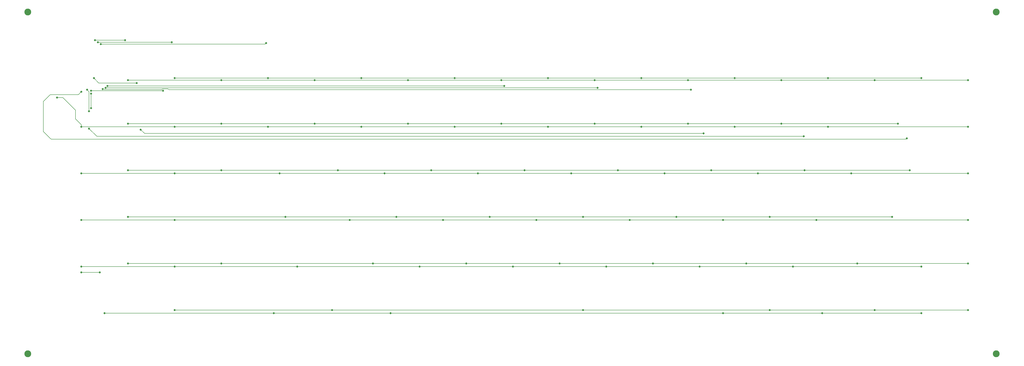
<source format=gbr>
G04 #@! TF.GenerationSoftware,KiCad,Pcbnew,(5.1.5)-3*
G04 #@! TF.CreationDate,2020-02-09T18:49:31-08:00*
G04 #@! TF.ProjectId,minato,6d696e61-746f-42e6-9b69-6361645f7063,rev?*
G04 #@! TF.SameCoordinates,Original*
G04 #@! TF.FileFunction,Copper,L1,Top*
G04 #@! TF.FilePolarity,Positive*
%FSLAX46Y46*%
G04 Gerber Fmt 4.6, Leading zero omitted, Abs format (unit mm)*
G04 Created by KiCad (PCBNEW (5.1.5)-3) date 2020-02-09 18:49:31*
%MOMM*%
%LPD*%
G04 APERTURE LIST*
%ADD10C,2.800000*%
%ADD11C,0.800000*%
%ADD12C,0.177800*%
G04 APERTURE END LIST*
D10*
X36512500Y-3968750D03*
X431800000Y-3968750D03*
X431800000Y-143668750D03*
X36512500Y-143668750D03*
D11*
X96440625Y-30956250D03*
X134540625Y-30956250D03*
X172640625Y-30956250D03*
X210740625Y-30956250D03*
X248840625Y-30956250D03*
X286940625Y-30956250D03*
X325040625Y-30956250D03*
X363140625Y-30956250D03*
X401240625Y-30956250D03*
X62309375Y-36115625D03*
X91678125Y-36115625D03*
X58340625Y-50800000D03*
X96440625Y-50800000D03*
X134540625Y-50800000D03*
X172640625Y-50800000D03*
X210740625Y-50800000D03*
X248840625Y-50800000D03*
X286940625Y-50800000D03*
X325040625Y-50800000D03*
X363140625Y-50800000D03*
X420290625Y-50800000D03*
X48418750Y-38893750D03*
X58340625Y-69850000D03*
X96440625Y-69850000D03*
X139303125Y-69850000D03*
X182165625Y-69850000D03*
X220265625Y-69850000D03*
X258365625Y-69850000D03*
X296465625Y-69850000D03*
X334565625Y-69850000D03*
X372665625Y-69850000D03*
X420290625Y-69850000D03*
X58340625Y-88900000D03*
X96440625Y-88900000D03*
X167878125Y-88900000D03*
X205978125Y-88900000D03*
X244078125Y-88900000D03*
X282178125Y-88900000D03*
X320278125Y-88900000D03*
X358378125Y-88900000D03*
X420290625Y-88900000D03*
X58340625Y-107950000D03*
X96440625Y-107950000D03*
X146446875Y-107950000D03*
X196453125Y-107950000D03*
X234553125Y-107950000D03*
X272653125Y-107950000D03*
X310753125Y-107950000D03*
X348853125Y-107950000D03*
X401240625Y-107950000D03*
X67865625Y-127000000D03*
X136921875Y-127000000D03*
X184546875Y-127000000D03*
X320278125Y-127000000D03*
X360759375Y-127000000D03*
X401240625Y-127000000D03*
X77390625Y-31750000D03*
X115490625Y-31750000D03*
X153590625Y-31750000D03*
X191690625Y-31750000D03*
X229790625Y-31750000D03*
X267890625Y-31750000D03*
X305990625Y-31750000D03*
X382190625Y-31750000D03*
X420290625Y-31750000D03*
X62309375Y-43259375D03*
X62309375Y-37306250D03*
X344090625Y-31750000D03*
X77390625Y-49609375D03*
X115490625Y-49609375D03*
X153590625Y-49609375D03*
X191690625Y-49609375D03*
X229790625Y-49609375D03*
X267890625Y-49609375D03*
X305990625Y-49609375D03*
X344090625Y-49609375D03*
X391715625Y-49609375D03*
X77390625Y-68659375D03*
X115490625Y-68659375D03*
X163115625Y-68659375D03*
X201215625Y-68659375D03*
X239315625Y-68659375D03*
X277415625Y-68659375D03*
X315515625Y-68659375D03*
X353615625Y-68659375D03*
X396478125Y-68659375D03*
X77390625Y-87709375D03*
X141684375Y-87709375D03*
X186928125Y-87709375D03*
X225028125Y-87709375D03*
X263128125Y-87709375D03*
X301228125Y-87709375D03*
X339328125Y-87709375D03*
X389334375Y-87709375D03*
X77390625Y-106759375D03*
X115490625Y-106759375D03*
X177403125Y-106759375D03*
X215503125Y-106759375D03*
X253603125Y-106759375D03*
X291703125Y-106759375D03*
X329803125Y-106759375D03*
X375046875Y-106759375D03*
X420290625Y-106759375D03*
X65881250Y-110331250D03*
X58340625Y-110331250D03*
X96440625Y-125809375D03*
X160734375Y-125809375D03*
X263128125Y-125809375D03*
X339328125Y-125809375D03*
X382190625Y-125809375D03*
X420290625Y-125809375D03*
X76200000Y-15478125D03*
X63896875Y-15478125D03*
X95250000Y-16271875D03*
X65087500Y-16271875D03*
X133746875Y-16668750D03*
X66278125Y-17065625D03*
X69056250Y-34131250D03*
X230981250Y-34131250D03*
X68262500Y-34925000D03*
X269081250Y-34925000D03*
X67071875Y-35448925D03*
X307181250Y-35718750D03*
X312340625Y-53578125D03*
X82550000Y-51990625D03*
X80962500Y-32940625D03*
X63500000Y-30956250D03*
X353218750Y-54768750D03*
X61515625Y-51593750D03*
X61515625Y-44450000D03*
X60721875Y-35718750D03*
X58340625Y-36512500D03*
X395287500Y-55562500D03*
D12*
X96440625Y-30956250D02*
X134540625Y-30956250D01*
X134540625Y-30956250D02*
X172640625Y-30956250D01*
X172640625Y-30956250D02*
X210740625Y-30956250D01*
X210740625Y-30956250D02*
X248840625Y-30956250D01*
X248840625Y-30956250D02*
X286940625Y-30956250D01*
X286940625Y-30956250D02*
X325040625Y-30956250D01*
X325040625Y-30956250D02*
X363140625Y-30956250D01*
X363140625Y-30956250D02*
X401240625Y-30956250D01*
X62309375Y-36115625D02*
X91678125Y-36115625D01*
X58340625Y-50800000D02*
X96440625Y-50800000D01*
X96440625Y-50800000D02*
X134540625Y-50800000D01*
X134540625Y-50800000D02*
X172640625Y-50800000D01*
X172640625Y-50800000D02*
X210740625Y-50800000D01*
X210740625Y-50800000D02*
X248840625Y-50800000D01*
X248840625Y-50800000D02*
X286940625Y-50800000D01*
X286940625Y-50800000D02*
X325040625Y-50800000D01*
X325040625Y-50800000D02*
X363140625Y-50800000D01*
X363140625Y-50800000D02*
X420290625Y-50800000D01*
X58340625Y-50800000D02*
X58340625Y-50006250D01*
X58340625Y-50006250D02*
X56753125Y-48418750D01*
X56753125Y-48418750D02*
X55959375Y-47625000D01*
X55959375Y-47625000D02*
X55959375Y-44053125D01*
X55959375Y-44053125D02*
X50800000Y-38893750D01*
X50800000Y-38893750D02*
X48418750Y-38893750D01*
X58340625Y-69850000D02*
X96440625Y-69850000D01*
X96440625Y-69850000D02*
X139303125Y-69850000D01*
X139303125Y-69850000D02*
X182165625Y-69850000D01*
X182165625Y-69850000D02*
X220265625Y-69850000D01*
X220265625Y-69850000D02*
X258365625Y-69850000D01*
X258365625Y-69850000D02*
X296465625Y-69850000D01*
X296465625Y-69850000D02*
X334565625Y-69850000D01*
X334565625Y-69850000D02*
X372665625Y-69850000D01*
X372665625Y-69850000D02*
X420290625Y-69850000D01*
X58340625Y-88900000D02*
X96440625Y-88900000D01*
X96440625Y-88900000D02*
X167878125Y-88900000D01*
X167878125Y-88900000D02*
X205978125Y-88900000D01*
X205978125Y-88900000D02*
X244078125Y-88900000D01*
X244078125Y-88900000D02*
X278229406Y-88900000D01*
X278229406Y-88900000D02*
X282178125Y-88900000D01*
X282178125Y-88900000D02*
X320278125Y-88900000D01*
X320278125Y-88900000D02*
X358378125Y-88900000D01*
X358378125Y-88900000D02*
X420290625Y-88900000D01*
X58340625Y-107950000D02*
X96440625Y-107950000D01*
X96440625Y-107950000D02*
X146446875Y-107950000D01*
X146446875Y-107950000D02*
X196453125Y-107950000D01*
X196453125Y-107950000D02*
X234553125Y-107950000D01*
X234553125Y-107950000D02*
X272653125Y-107950000D01*
X272653125Y-107950000D02*
X310753125Y-107950000D01*
X310753125Y-107950000D02*
X348853125Y-107950000D01*
X348853125Y-107950000D02*
X401240625Y-107950000D01*
X67865625Y-127000000D02*
X136921875Y-127000000D01*
X136921875Y-127000000D02*
X184546875Y-127000000D01*
X184546875Y-127000000D02*
X320278125Y-127000000D01*
X320278125Y-127000000D02*
X360759375Y-127000000D01*
X360759375Y-127000000D02*
X401240625Y-127000000D01*
X77390625Y-31750000D02*
X115490625Y-31750000D01*
X115490625Y-31750000D02*
X153590625Y-31750000D01*
X153590625Y-31750000D02*
X191690625Y-31750000D01*
X191690625Y-31750000D02*
X229790625Y-31750000D01*
X229790625Y-31750000D02*
X267890625Y-31750000D01*
X267890625Y-31750000D02*
X305990625Y-31750000D01*
X382190625Y-31750000D02*
X420290625Y-31750000D01*
X62309375Y-43259375D02*
X62309375Y-37306250D01*
X305990625Y-31750000D02*
X344090625Y-31750000D01*
X344090625Y-31750000D02*
X382190625Y-31750000D01*
X77390625Y-49609375D02*
X115490625Y-49609375D01*
X115490625Y-49609375D02*
X153590625Y-49609375D01*
X153590625Y-49609375D02*
X191690625Y-49609375D01*
X191690625Y-49609375D02*
X229790625Y-49609375D01*
X229790625Y-49609375D02*
X267890625Y-49609375D01*
X267890625Y-49609375D02*
X305990625Y-49609375D01*
X305990625Y-49609375D02*
X344090625Y-49609375D01*
X344090625Y-49609375D02*
X391715625Y-49609375D01*
X77390625Y-68659375D02*
X115490625Y-68659375D01*
X163115625Y-68659375D02*
X115490625Y-68659375D01*
X163115625Y-68659375D02*
X201215625Y-68659375D01*
X201215625Y-68659375D02*
X239315625Y-68659375D01*
X239315625Y-68659375D02*
X277415625Y-68659375D01*
X277415625Y-68659375D02*
X315515625Y-68659375D01*
X315515625Y-68659375D02*
X353615625Y-68659375D01*
X353615625Y-68659375D02*
X396478125Y-68659375D01*
X77390625Y-87709375D02*
X141684375Y-87709375D01*
X141684375Y-87709375D02*
X186928125Y-87709375D01*
X186928125Y-87709375D02*
X225028125Y-87709375D01*
X225028125Y-87709375D02*
X263128125Y-87709375D01*
X263128125Y-87709375D02*
X301228125Y-87709375D01*
X301228125Y-87709375D02*
X339328125Y-87709375D01*
X339328125Y-87709375D02*
X389334375Y-87709375D01*
X77390625Y-106759375D02*
X115490625Y-106759375D01*
X115490625Y-106759375D02*
X177403125Y-106759375D01*
X177403125Y-106759375D02*
X215503125Y-106759375D01*
X215503125Y-106759375D02*
X253603125Y-106759375D01*
X253603125Y-106759375D02*
X291703125Y-106759375D01*
X291703125Y-106759375D02*
X329803125Y-106759375D01*
X329803125Y-106759375D02*
X375046875Y-106759375D01*
X375046875Y-106759375D02*
X420290625Y-106759375D01*
X65881250Y-110331250D02*
X58340625Y-110331250D01*
X96440625Y-125809375D02*
X160734375Y-125809375D01*
X160734375Y-125809375D02*
X263128125Y-125809375D01*
X263128125Y-125809375D02*
X339328125Y-125809375D01*
X339328125Y-125809375D02*
X382190625Y-125809375D01*
X382190625Y-125809375D02*
X420290625Y-125809375D01*
X76200000Y-15478125D02*
X63896875Y-15478125D01*
X95250000Y-16271875D02*
X65087500Y-16271875D01*
X66281249Y-17068749D02*
X66278125Y-17065625D01*
X133746875Y-16668750D02*
X133346876Y-17068749D01*
X133346876Y-17068749D02*
X66281249Y-17068749D01*
X69056250Y-34131250D02*
X230981250Y-34131250D01*
X68262500Y-34925000D02*
X269081250Y-34925000D01*
X91215331Y-35591701D02*
X91485157Y-35321875D01*
X67780336Y-35591701D02*
X91215331Y-35591701D01*
X67071875Y-35448925D02*
X67637560Y-35448925D01*
X67637560Y-35448925D02*
X67780336Y-35591701D01*
X91485157Y-35321875D02*
X93662500Y-35321875D01*
X93662500Y-35321875D02*
X94059375Y-35718750D01*
X94059375Y-35718750D02*
X307181250Y-35718750D01*
X312340625Y-53578125D02*
X84137500Y-53578125D01*
X84137500Y-53578125D02*
X82550000Y-51990625D01*
X80962500Y-32940625D02*
X65484375Y-32940625D01*
X65484375Y-32940625D02*
X63500000Y-30956250D01*
X353218750Y-54768750D02*
X82946875Y-54768750D01*
X82946875Y-54768750D02*
X64690625Y-54768750D01*
X64690625Y-54768750D02*
X61515625Y-51593750D01*
X61515625Y-44450000D02*
X61515625Y-36512500D01*
X61515625Y-36512500D02*
X60721875Y-35718750D01*
X58340625Y-36512500D02*
X57943750Y-36909375D01*
X57943750Y-36909375D02*
X57546875Y-37306250D01*
X57546875Y-37306250D02*
X57150000Y-37703125D01*
X57150000Y-37703125D02*
X45640625Y-37703125D01*
X45640625Y-37703125D02*
X42862500Y-40481250D01*
X42862500Y-40481250D02*
X42862500Y-52784375D01*
X42862500Y-52784375D02*
X44450000Y-54371875D01*
X44450000Y-54371875D02*
X45859676Y-55781551D01*
X46040624Y-55962499D02*
X45640625Y-55562500D01*
X395287500Y-55562500D02*
X394887501Y-55962499D01*
X394887501Y-55962499D02*
X46040624Y-55962499D01*
M02*

</source>
